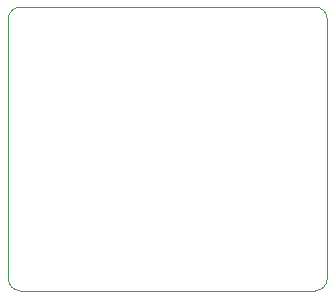
<source format=gm1>
%TF.GenerationSoftware,KiCad,Pcbnew,5.1.6-c6e7f7d~86~ubuntu18.04.1*%
%TF.CreationDate,2020-07-28T03:29:11+01:00*%
%TF.ProjectId,cortex-debug,636f7274-6578-42d6-9465-6275672e6b69,rev?*%
%TF.SameCoordinates,Original*%
%TF.FileFunction,Profile,NP*%
%FSLAX46Y46*%
G04 Gerber Fmt 4.6, Leading zero omitted, Abs format (unit mm)*
G04 Created by KiCad (PCBNEW 5.1.6-c6e7f7d~86~ubuntu18.04.1) date 2020-07-28 03:29:11*
%MOMM*%
%LPD*%
G01*
G04 APERTURE LIST*
%TA.AperFunction,Profile*%
%ADD10C,0.050000*%
%TD*%
G04 APERTURE END LIST*
D10*
X126000000Y-81000000D02*
G75*
G02*
X125000000Y-82000000I-1000000J0D01*
G01*
X125000000Y-58000000D02*
G75*
G02*
X126000000Y-59000000I0J-1000000D01*
G01*
X100000000Y-82000000D02*
G75*
G02*
X99000000Y-81000000I0J1000000D01*
G01*
X99000000Y-59000000D02*
G75*
G02*
X100000000Y-58000000I1000000J0D01*
G01*
X125000000Y-82000000D02*
X100000000Y-82000000D01*
X126000000Y-59000000D02*
X126000000Y-81000000D01*
X100000000Y-58000000D02*
X125000000Y-58000000D01*
X99000000Y-81000000D02*
X99000000Y-59000000D01*
M02*

</source>
